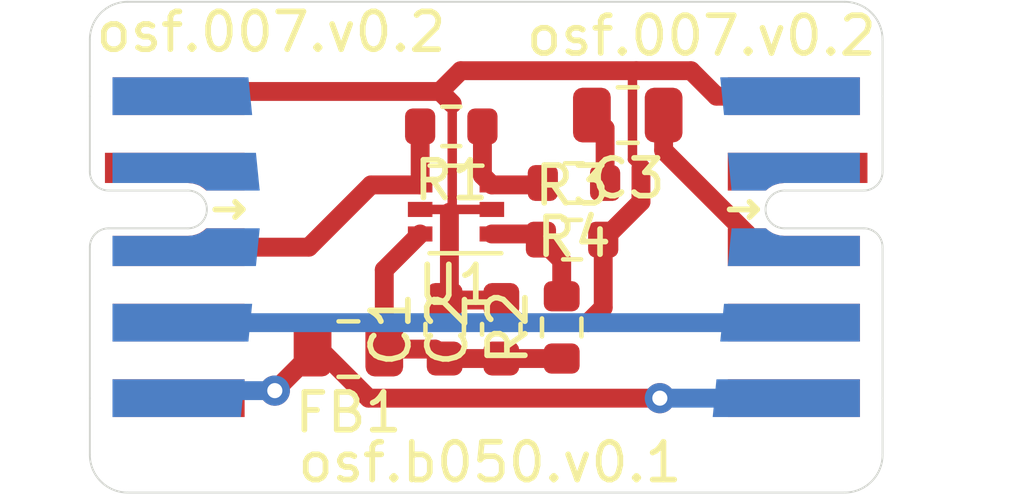
<source format=kicad_pcb>
(kicad_pcb (version 20171130) (host pcbnew "(5.1.10)-1")

  (general
    (thickness 1.6)
    (drawings 13)
    (tracks 58)
    (zones 0)
    (modules 11)
    (nets 10)
  )

  (page A4)
  (layers
    (0 F.Cu signal)
    (31 B.Cu signal)
    (32 B.Adhes user)
    (33 F.Adhes user)
    (34 B.Paste user)
    (35 F.Paste user)
    (36 B.SilkS user)
    (37 F.SilkS user)
    (38 B.Mask user)
    (39 F.Mask user)
    (40 Dwgs.User user)
    (41 Cmts.User user)
    (42 Eco1.User user)
    (43 Eco2.User user)
    (44 Edge.Cuts user)
    (45 Margin user)
    (46 B.CrtYd user)
    (47 F.CrtYd user)
    (48 B.Fab user)
    (49 F.Fab user)
  )

  (setup
    (last_trace_width 0.25)
    (user_trace_width 0.5)
    (trace_clearance 0.2)
    (zone_clearance 0.508)
    (zone_45_only no)
    (trace_min 0.2)
    (via_size 0.8)
    (via_drill 0.4)
    (via_min_size 0.4)
    (via_min_drill 0.3)
    (uvia_size 0.3)
    (uvia_drill 0.1)
    (uvias_allowed no)
    (uvia_min_size 0.2)
    (uvia_min_drill 0.1)
    (edge_width 0.05)
    (segment_width 0.2)
    (pcb_text_width 0.3)
    (pcb_text_size 1.5 1.5)
    (mod_edge_width 0.12)
    (mod_text_size 1 1)
    (mod_text_width 0.15)
    (pad_size 1.524 1.524)
    (pad_drill 0.762)
    (pad_to_mask_clearance 0.051)
    (solder_mask_min_width 0.25)
    (aux_axis_origin 0 0)
    (visible_elements 7FFFFFFF)
    (pcbplotparams
      (layerselection 0x010fc_ffffffff)
      (usegerberextensions false)
      (usegerberattributes false)
      (usegerberadvancedattributes false)
      (creategerberjobfile false)
      (excludeedgelayer true)
      (linewidth 0.100000)
      (plotframeref false)
      (viasonmask false)
      (mode 1)
      (useauxorigin false)
      (hpglpennumber 1)
      (hpglpenspeed 20)
      (hpglpendiameter 15.000000)
      (psnegative false)
      (psa4output false)
      (plotreference true)
      (plotvalue true)
      (plotinvisibletext false)
      (padsonsilk false)
      (subtractmaskfromsilk false)
      (outputformat 1)
      (mirror false)
      (drillshape 0)
      (scaleselection 1)
      (outputdirectory "gerber"))
  )

  (net 0 "")
  (net 1 GND)
  (net 2 "Net-(C1-Pad1)")
  (net 3 "Net-(C3-Pad1)")
  (net 4 +5V)
  (net 5 "Net-(J1-Pad3)")
  (net 6 +3V3)
  (net 7 "Net-(C3-Pad2)")
  (net 8 "Net-(R1-Pad1)")
  (net 9 "Net-(R2-Pad2)")

  (net_class Default "This is the default net class."
    (clearance 0.2)
    (trace_width 0.25)
    (via_dia 0.8)
    (via_drill 0.4)
    (uvia_dia 0.3)
    (uvia_drill 0.1)
    (add_net +3V3)
    (add_net +5V)
    (add_net GND)
    (add_net "Net-(C1-Pad1)")
    (add_net "Net-(C3-Pad1)")
    (add_net "Net-(C3-Pad2)")
    (add_net "Net-(J1-Pad3)")
    (add_net "Net-(R1-Pad1)")
    (add_net "Net-(R2-Pad2)")
  )

  (module Package_TO_SOT_SMD:SOT-363_SC-70-6 (layer F.Cu) (tedit 5A02FF57) (tstamp 60A98164)
    (at 139.7 89.5 180)
    (descr "SOT-363, SC-70-6")
    (tags "SOT-363 SC-70-6")
    (path /60AA0CA2)
    (attr smd)
    (fp_text reference U1 (at 0 -2) (layer F.SilkS)
      (effects (font (size 1 1) (thickness 0.15)))
    )
    (fp_text value LMV601 (at 0 2 180) (layer F.Fab)
      (effects (font (size 1 1) (thickness 0.15)))
    )
    (fp_line (start -0.175 -1.1) (end -0.675 -0.6) (layer F.Fab) (width 0.1))
    (fp_line (start 0.675 1.1) (end -0.675 1.1) (layer F.Fab) (width 0.1))
    (fp_line (start 0.675 -1.1) (end 0.675 1.1) (layer F.Fab) (width 0.1))
    (fp_line (start -1.6 1.4) (end 1.6 1.4) (layer F.CrtYd) (width 0.05))
    (fp_line (start -0.675 -0.6) (end -0.675 1.1) (layer F.Fab) (width 0.1))
    (fp_line (start 0.675 -1.1) (end -0.175 -1.1) (layer F.Fab) (width 0.1))
    (fp_line (start -1.6 -1.4) (end 1.6 -1.4) (layer F.CrtYd) (width 0.05))
    (fp_line (start -1.6 -1.4) (end -1.6 1.4) (layer F.CrtYd) (width 0.05))
    (fp_line (start 1.6 1.4) (end 1.6 -1.4) (layer F.CrtYd) (width 0.05))
    (fp_line (start -0.7 1.16) (end 0.7 1.16) (layer F.SilkS) (width 0.12))
    (fp_line (start 0.7 -1.16) (end -1.2 -1.16) (layer F.SilkS) (width 0.12))
    (fp_text user %R (at 0 0 90) (layer F.Fab)
      (effects (font (size 0.5 0.5) (thickness 0.075)))
    )
    (pad 6 smd rect (at 0.95 -0.65 180) (size 0.65 0.4) (layers F.Cu F.Paste F.Mask)
      (net 2 "Net-(C1-Pad1)"))
    (pad 4 smd rect (at 0.95 0.65 180) (size 0.65 0.4) (layers F.Cu F.Paste F.Mask)
      (net 5 "Net-(J1-Pad3)"))
    (pad 2 smd rect (at -0.95 0 180) (size 0.65 0.4) (layers F.Cu F.Paste F.Mask)
      (net 1 GND))
    (pad 5 smd rect (at 0.95 0 180) (size 0.65 0.4) (layers F.Cu F.Paste F.Mask)
      (net 1 GND))
    (pad 3 smd rect (at -0.95 0.65 180) (size 0.65 0.4) (layers F.Cu F.Paste F.Mask)
      (net 8 "Net-(R1-Pad1)"))
    (pad 1 smd rect (at -0.95 -0.65 180) (size 0.65 0.4) (layers F.Cu F.Paste F.Mask)
      (net 9 "Net-(R2-Pad2)"))
    (model ${KISYS3DMOD}/Package_TO_SOT_SMD.3dshapes/SOT-363_SC-70-6.wrl
      (at (xyz 0 0 0))
      (scale (xyz 1 1 1))
      (rotate (xyz 0 0 0))
    )
  )

  (module Resistor_SMD:R_0603_1608Metric (layer F.Cu) (tedit 5F68FEEE) (tstamp 60A9814E)
    (at 142.825 88.8 180)
    (descr "Resistor SMD 0603 (1608 Metric), square (rectangular) end terminal, IPC_7351 nominal, (Body size source: IPC-SM-782 page 72, https://www.pcb-3d.com/wordpress/wp-content/uploads/ipc-sm-782a_amendment_1_and_2.pdf), generated with kicad-footprint-generator")
    (tags resistor)
    (path /60AA1AEC)
    (attr smd)
    (fp_text reference R4 (at 0 -1.43) (layer F.SilkS)
      (effects (font (size 1 1) (thickness 0.15)))
    )
    (fp_text value 47k (at 0 1.43) (layer F.Fab)
      (effects (font (size 1 1) (thickness 0.15)))
    )
    (fp_line (start 1.48 0.73) (end -1.48 0.73) (layer F.CrtYd) (width 0.05))
    (fp_line (start 1.48 -0.73) (end 1.48 0.73) (layer F.CrtYd) (width 0.05))
    (fp_line (start -1.48 -0.73) (end 1.48 -0.73) (layer F.CrtYd) (width 0.05))
    (fp_line (start -1.48 0.73) (end -1.48 -0.73) (layer F.CrtYd) (width 0.05))
    (fp_line (start -0.237258 0.5225) (end 0.237258 0.5225) (layer F.SilkS) (width 0.12))
    (fp_line (start -0.237258 -0.5225) (end 0.237258 -0.5225) (layer F.SilkS) (width 0.12))
    (fp_line (start 0.8 0.4125) (end -0.8 0.4125) (layer F.Fab) (width 0.1))
    (fp_line (start 0.8 -0.4125) (end 0.8 0.4125) (layer F.Fab) (width 0.1))
    (fp_line (start -0.8 -0.4125) (end 0.8 -0.4125) (layer F.Fab) (width 0.1))
    (fp_line (start -0.8 0.4125) (end -0.8 -0.4125) (layer F.Fab) (width 0.1))
    (fp_text user %R (at 0 0) (layer F.Fab)
      (effects (font (size 0.4 0.4) (thickness 0.06)))
    )
    (pad 2 smd roundrect (at 0.825 0 180) (size 0.8 0.95) (layers F.Cu F.Paste F.Mask) (roundrect_rratio 0.25)
      (net 8 "Net-(R1-Pad1)"))
    (pad 1 smd roundrect (at -0.825 0 180) (size 0.8 0.95) (layers F.Cu F.Paste F.Mask) (roundrect_rratio 0.25)
      (net 7 "Net-(C3-Pad2)"))
    (model ${KISYS3DMOD}/Resistor_SMD.3dshapes/R_0603_1608Metric.wrl
      (at (xyz 0 0 0))
      (scale (xyz 1 1 1))
      (rotate (xyz 0 0 0))
    )
  )

  (module Resistor_SMD:R_0603_1608Metric (layer F.Cu) (tedit 5F68FEEE) (tstamp 60A9813D)
    (at 142.775 90.3)
    (descr "Resistor SMD 0603 (1608 Metric), square (rectangular) end terminal, IPC_7351 nominal, (Body size source: IPC-SM-782 page 72, https://www.pcb-3d.com/wordpress/wp-content/uploads/ipc-sm-782a_amendment_1_and_2.pdf), generated with kicad-footprint-generator")
    (tags resistor)
    (path /60AA6EE8)
    (attr smd)
    (fp_text reference R3 (at 0 -1.43) (layer F.SilkS)
      (effects (font (size 1 1) (thickness 0.15)))
    )
    (fp_text value 47k (at 0 1.43) (layer F.Fab)
      (effects (font (size 1 1) (thickness 0.15)))
    )
    (fp_line (start 1.48 0.73) (end -1.48 0.73) (layer F.CrtYd) (width 0.05))
    (fp_line (start 1.48 -0.73) (end 1.48 0.73) (layer F.CrtYd) (width 0.05))
    (fp_line (start -1.48 -0.73) (end 1.48 -0.73) (layer F.CrtYd) (width 0.05))
    (fp_line (start -1.48 0.73) (end -1.48 -0.73) (layer F.CrtYd) (width 0.05))
    (fp_line (start -0.237258 0.5225) (end 0.237258 0.5225) (layer F.SilkS) (width 0.12))
    (fp_line (start -0.237258 -0.5225) (end 0.237258 -0.5225) (layer F.SilkS) (width 0.12))
    (fp_line (start 0.8 0.4125) (end -0.8 0.4125) (layer F.Fab) (width 0.1))
    (fp_line (start 0.8 -0.4125) (end 0.8 0.4125) (layer F.Fab) (width 0.1))
    (fp_line (start -0.8 -0.4125) (end 0.8 -0.4125) (layer F.Fab) (width 0.1))
    (fp_line (start -0.8 0.4125) (end -0.8 -0.4125) (layer F.Fab) (width 0.1))
    (fp_text user %R (at 0 0) (layer F.Fab)
      (effects (font (size 0.4 0.4) (thickness 0.06)))
    )
    (pad 2 smd roundrect (at 0.825 0) (size 0.8 0.95) (layers F.Cu F.Paste F.Mask) (roundrect_rratio 0.25)
      (net 1 GND))
    (pad 1 smd roundrect (at -0.825 0) (size 0.8 0.95) (layers F.Cu F.Paste F.Mask) (roundrect_rratio 0.25)
      (net 9 "Net-(R2-Pad2)"))
    (model ${KISYS3DMOD}/Resistor_SMD.3dshapes/R_0603_1608Metric.wrl
      (at (xyz 0 0 0))
      (scale (xyz 1 1 1))
      (rotate (xyz 0 0 0))
    )
  )

  (module Resistor_SMD:R_0603_1608Metric (layer F.Cu) (tedit 5F68FEEE) (tstamp 60A9812C)
    (at 142.5 92.625 90)
    (descr "Resistor SMD 0603 (1608 Metric), square (rectangular) end terminal, IPC_7351 nominal, (Body size source: IPC-SM-782 page 72, https://www.pcb-3d.com/wordpress/wp-content/uploads/ipc-sm-782a_amendment_1_and_2.pdf), generated with kicad-footprint-generator")
    (tags resistor)
    (path /60AA7E77)
    (attr smd)
    (fp_text reference R2 (at 0 -1.43 90) (layer F.SilkS)
      (effects (font (size 1 1) (thickness 0.15)))
    )
    (fp_text value 47k (at 0 1.43 90) (layer F.Fab)
      (effects (font (size 1 1) (thickness 0.15)))
    )
    (fp_line (start 1.48 0.73) (end -1.48 0.73) (layer F.CrtYd) (width 0.05))
    (fp_line (start 1.48 -0.73) (end 1.48 0.73) (layer F.CrtYd) (width 0.05))
    (fp_line (start -1.48 -0.73) (end 1.48 -0.73) (layer F.CrtYd) (width 0.05))
    (fp_line (start -1.48 0.73) (end -1.48 -0.73) (layer F.CrtYd) (width 0.05))
    (fp_line (start -0.237258 0.5225) (end 0.237258 0.5225) (layer F.SilkS) (width 0.12))
    (fp_line (start -0.237258 -0.5225) (end 0.237258 -0.5225) (layer F.SilkS) (width 0.12))
    (fp_line (start 0.8 0.4125) (end -0.8 0.4125) (layer F.Fab) (width 0.1))
    (fp_line (start 0.8 -0.4125) (end 0.8 0.4125) (layer F.Fab) (width 0.1))
    (fp_line (start -0.8 -0.4125) (end 0.8 -0.4125) (layer F.Fab) (width 0.1))
    (fp_line (start -0.8 0.4125) (end -0.8 -0.4125) (layer F.Fab) (width 0.1))
    (fp_text user %R (at 0 0 90) (layer F.Fab)
      (effects (font (size 0.4 0.4) (thickness 0.06)))
    )
    (pad 2 smd roundrect (at 0.825 0 90) (size 0.8 0.95) (layers F.Cu F.Paste F.Mask) (roundrect_rratio 0.25)
      (net 9 "Net-(R2-Pad2)"))
    (pad 1 smd roundrect (at -0.825 0 90) (size 0.8 0.95) (layers F.Cu F.Paste F.Mask) (roundrect_rratio 0.25)
      (net 2 "Net-(C1-Pad1)"))
    (model ${KISYS3DMOD}/Resistor_SMD.3dshapes/R_0603_1608Metric.wrl
      (at (xyz 0 0 0))
      (scale (xyz 1 1 1))
      (rotate (xyz 0 0 0))
    )
  )

  (module Resistor_SMD:R_0603_1608Metric (layer F.Cu) (tedit 5F68FEEE) (tstamp 60A9811B)
    (at 139.575 87.3 180)
    (descr "Resistor SMD 0603 (1608 Metric), square (rectangular) end terminal, IPC_7351 nominal, (Body size source: IPC-SM-782 page 72, https://www.pcb-3d.com/wordpress/wp-content/uploads/ipc-sm-782a_amendment_1_and_2.pdf), generated with kicad-footprint-generator")
    (tags resistor)
    (path /60AA5DEB)
    (attr smd)
    (fp_text reference R1 (at 0 -1.43) (layer F.SilkS)
      (effects (font (size 1 1) (thickness 0.15)))
    )
    (fp_text value 47k (at 0 1.43) (layer F.Fab)
      (effects (font (size 1 1) (thickness 0.15)))
    )
    (fp_line (start 1.48 0.73) (end -1.48 0.73) (layer F.CrtYd) (width 0.05))
    (fp_line (start 1.48 -0.73) (end 1.48 0.73) (layer F.CrtYd) (width 0.05))
    (fp_line (start -1.48 -0.73) (end 1.48 -0.73) (layer F.CrtYd) (width 0.05))
    (fp_line (start -1.48 0.73) (end -1.48 -0.73) (layer F.CrtYd) (width 0.05))
    (fp_line (start -0.237258 0.5225) (end 0.237258 0.5225) (layer F.SilkS) (width 0.12))
    (fp_line (start -0.237258 -0.5225) (end 0.237258 -0.5225) (layer F.SilkS) (width 0.12))
    (fp_line (start 0.8 0.4125) (end -0.8 0.4125) (layer F.Fab) (width 0.1))
    (fp_line (start 0.8 -0.4125) (end 0.8 0.4125) (layer F.Fab) (width 0.1))
    (fp_line (start -0.8 -0.4125) (end 0.8 -0.4125) (layer F.Fab) (width 0.1))
    (fp_line (start -0.8 0.4125) (end -0.8 -0.4125) (layer F.Fab) (width 0.1))
    (fp_text user %R (at 0 0) (layer F.Fab)
      (effects (font (size 0.4 0.4) (thickness 0.06)))
    )
    (pad 2 smd roundrect (at 0.825 0 180) (size 0.8 0.95) (layers F.Cu F.Paste F.Mask) (roundrect_rratio 0.25)
      (net 5 "Net-(J1-Pad3)"))
    (pad 1 smd roundrect (at -0.825 0 180) (size 0.8 0.95) (layers F.Cu F.Paste F.Mask) (roundrect_rratio 0.25)
      (net 8 "Net-(R1-Pad1)"))
    (model ${KISYS3DMOD}/Resistor_SMD.3dshapes/R_0603_1608Metric.wrl
      (at (xyz 0 0 0))
      (scale (xyz 1 1 1))
      (rotate (xyz 0 0 0))
    )
  )

  (module on_edge:on_edge_2x05_device (layer F.Cu) (tedit 607DF540) (tstamp 60A980CC)
    (at 130 90.5 270)
    (path /60AA0861)
    (attr virtual)
    (fp_text reference J1 (at 0 1.2 270 unlocked) (layer F.Fab)
      (effects (font (size 0.5 0.5) (thickness 0.05)))
    )
    (fp_text value 007_ADC_2x5 (at 0 2 270 unlocked) (layer F.Fab)
      (effects (font (size 0.5 0.5) (thickness 0.05)))
    )
    (fp_line (start 5 0.5) (end 5 -5) (layer B.CrtYd) (width 0.05))
    (fp_line (start -5 0.5) (end 5 0.5) (layer B.CrtYd) (width 0.05))
    (fp_line (start -5 -5) (end -5 0.5) (layer B.CrtYd) (width 0.05))
    (fp_line (start 5 -5) (end -5 -5) (layer B.CrtYd) (width 0.05))
    (fp_line (start -5 0.5) (end -5 -5) (layer F.CrtYd) (width 0.05))
    (fp_line (start 5 0.5) (end -5 0.5) (layer F.CrtYd) (width 0.05))
    (fp_line (start 5 -5) (end 5 0.5) (layer F.CrtYd) (width 0.05))
    (fp_line (start -5 -5) (end 5 -5) (layer F.CrtYd) (width 0.05))
    (fp_line (start 0 0) (end 4 0) (layer Edge.Cuts) (width 0.05))
    (fp_line (start -4 0) (end -2 0) (layer Edge.Cuts) (width 0.05))
    (fp_line (start -1 -4.05) (end -1 -3.323) (layer F.SilkS) (width 0.153))
    (fp_line (start -1 -4.05) (end -0.8 -3.85) (layer F.SilkS) (width 0.153))
    (fp_line (start -1.2 -3.85) (end -1 -4.05) (layer F.SilkS) (width 0.153))
    (fp_line (start -0.5 -0.5) (end -0.5 -2.6) (layer Edge.Cuts) (width 0.05))
    (fp_line (start -1.5 -2.6) (end -1.5 -0.5) (layer Edge.Cuts) (width 0.05))
    (fp_arc (start -2 -0.5) (end -2 0) (angle -90) (layer Edge.Cuts) (width 0.05))
    (fp_arc (start 0 -0.5) (end -0.5 -0.5) (angle -90) (layer Edge.Cuts) (width 0.05))
    (fp_arc (start -1 -2.6) (end -0.5 -2.6) (angle -180) (layer Edge.Cuts) (width 0.05))
    (pad 2 smd custom (at -2 -3.6 270) (size 1 1) (layers F.Cu F.Mask)
      (zone_connect 0)
      (options (clearance outline) (anchor rect))
      (primitives
        (gr_poly (pts
           (xy 0.3 1) (xy 0.31 0.89) (xy 0.33 0.81) (xy 0.35 0.75) (xy 0.37 0.7)
           (xy 0.4 0.65) (xy 0.44 0.59) (xy 0.48 0.54) (xy 0.5 0.52) (xy 0.5 -0.5)
           (xy -0.5 -0.5) (xy -0.5 3.2) (xy 0.3 3.2)) (width 0))
      ))
    (pad 3 smd custom (at 0 -3.6 270) (size 1 1) (layers F.Cu F.Mask)
      (net 5 "Net-(J1-Pad3)") (zone_connect 0)
      (options (clearance outline) (anchor rect))
      (primitives
        (gr_poly (pts
           (xy -0.3 1) (xy -0.31 0.89) (xy -0.33 0.81) (xy -0.35 0.75) (xy -0.37 0.7)
           (xy -0.4 0.65) (xy -0.44 0.59) (xy -0.48 0.54) (xy -0.5 0.52) (xy -0.5 -0.5)
           (xy 0.5 -0.5) (xy 0.5 3) (xy -0.3 3)) (width 0))
      ))
    (pad 8 smd custom (at 0 -2.1 270) (size 0.4 0.4) (layers B.Cu B.Mask)
      (zone_connect 0)
      (options (clearance outline) (anchor rect))
      (primitives
        (gr_poly (pts
           (xy -0.3 -0.51) (xy -0.31 -0.62) (xy -0.33 -0.7) (xy -0.35 -0.76) (xy -0.37 -0.81)
           (xy -0.4 -0.86) (xy -0.44 -0.92) (xy -0.48 -0.97) (xy -0.5 -0.99) (xy -0.5 -2.4)
           (xy 0.5 -2.3) (xy 0.5 1.5) (xy -0.3 1.5)) (width 0))
      ))
    (pad 7 smd custom (at -2 -2.1 270) (size 0.4 0.4) (layers B.Cu B.Mask)
      (zone_connect 0)
      (options (clearance outline) (anchor rect))
      (primitives
        (gr_poly (pts
           (xy 0.3 -0.51) (xy 0.31 -0.62) (xy 0.33 -0.7) (xy 0.35 -0.76) (xy 0.37 -0.81)
           (xy 0.4 -0.86) (xy 0.44 -0.92) (xy 0.48 -0.97) (xy 0.5 -0.99) (xy 0.5 -2.4)
           (xy -0.5 -2.3) (xy -0.5 1.5) (xy 0.3 1.5)) (width 0))
      ))
    (pad 10 smd custom (at 4 -2.3 270) (size 1 3.4) (layers B.Cu B.Mask)
      (net 4 +5V) (zone_connect 0)
      (options (clearance outline) (anchor rect))
      (primitives
        (gr_poly (pts
           (xy -0.5 -1.7) (xy -0.5 -1.8) (xy 0.5 -1.7)) (width 0))
      ))
    (pad 9 smd custom (at 2 -2.4 270) (size 1 3.6) (layers B.Cu B.Mask)
      (net 6 +3V3) (zone_connect 0)
      (options (clearance outline) (anchor rect))
      (primitives
        (gr_poly (pts
           (xy -0.5 -1.8) (xy -0.5 -1.9) (xy 0.5 -1.8)) (width 0))
      ))
    (pad 6 smd custom (at -4 -2.4 270) (size 1 3.6) (layers B.Cu B.Mask)
      (zone_connect 0)
      (options (clearance outline) (anchor rect))
      (primitives
        (gr_poly (pts
           (xy 0.5 -1.8) (xy 0.5 -1.9) (xy -0.5 -1.8)) (width 0))
      ))
    (pad 5 smd rect (at 4 -2.35 90) (size 1 3.5) (layers F.Cu F.Mask)
      (zone_connect 0))
    (pad 1 smd rect (at -4 -2.35 90) (size 1 3.5) (layers F.Cu F.Mask)
      (net 1 GND) (zone_connect 0))
    (pad 4 smd rect (at 2 -2.35 90) (size 1 3.5) (layers F.Cu F.Mask)
      (zone_connect 0))
  )

  (module Capacitor_SMD:C_0805_2012Metric (layer F.Cu) (tedit 5F68FEEE) (tstamp 60A980AC)
    (at 136.85 93.2 180)
    (descr "Capacitor SMD 0805 (2012 Metric), square (rectangular) end terminal, IPC_7351 nominal, (Body size source: IPC-SM-782 page 76, https://www.pcb-3d.com/wordpress/wp-content/uploads/ipc-sm-782a_amendment_1_and_2.pdf, https://docs.google.com/spreadsheets/d/1BsfQQcO9C6DZCsRaXUlFlo91Tg2WpOkGARC1WS5S8t0/edit?usp=sharing), generated with kicad-footprint-generator")
    (tags capacitor)
    (path /60A9F8C0)
    (attr smd)
    (fp_text reference FB1 (at 0 -1.68) (layer F.SilkS)
      (effects (font (size 1 1) (thickness 0.15)))
    )
    (fp_text value 220R (at 0 1.68) (layer F.Fab)
      (effects (font (size 1 1) (thickness 0.15)))
    )
    (fp_line (start 1.7 0.98) (end -1.7 0.98) (layer F.CrtYd) (width 0.05))
    (fp_line (start 1.7 -0.98) (end 1.7 0.98) (layer F.CrtYd) (width 0.05))
    (fp_line (start -1.7 -0.98) (end 1.7 -0.98) (layer F.CrtYd) (width 0.05))
    (fp_line (start -1.7 0.98) (end -1.7 -0.98) (layer F.CrtYd) (width 0.05))
    (fp_line (start -0.261252 0.735) (end 0.261252 0.735) (layer F.SilkS) (width 0.12))
    (fp_line (start -0.261252 -0.735) (end 0.261252 -0.735) (layer F.SilkS) (width 0.12))
    (fp_line (start 1 0.625) (end -1 0.625) (layer F.Fab) (width 0.1))
    (fp_line (start 1 -0.625) (end 1 0.625) (layer F.Fab) (width 0.1))
    (fp_line (start -1 -0.625) (end 1 -0.625) (layer F.Fab) (width 0.1))
    (fp_line (start -1 0.625) (end -1 -0.625) (layer F.Fab) (width 0.1))
    (fp_text user %R (at 0 0) (layer F.Fab)
      (effects (font (size 0.5 0.5) (thickness 0.08)))
    )
    (pad 2 smd roundrect (at 0.95 0 180) (size 1 1.45) (layers F.Cu F.Paste F.Mask) (roundrect_rratio 0.25)
      (net 4 +5V))
    (pad 1 smd roundrect (at -0.95 0 180) (size 1 1.45) (layers F.Cu F.Paste F.Mask) (roundrect_rratio 0.25)
      (net 2 "Net-(C1-Pad1)"))
    (model ${KISYS3DMOD}/Capacitor_SMD.3dshapes/C_0805_2012Metric.wrl
      (at (xyz 0 0 0))
      (scale (xyz 1 1 1))
      (rotate (xyz 0 0 0))
    )
  )

  (module Capacitor_SMD:C_0805_2012Metric (layer F.Cu) (tedit 5F68FEEE) (tstamp 60A9809B)
    (at 144.25 87 180)
    (descr "Capacitor SMD 0805 (2012 Metric), square (rectangular) end terminal, IPC_7351 nominal, (Body size source: IPC-SM-782 page 76, https://www.pcb-3d.com/wordpress/wp-content/uploads/ipc-sm-782a_amendment_1_and_2.pdf, https://docs.google.com/spreadsheets/d/1BsfQQcO9C6DZCsRaXUlFlo91Tg2WpOkGARC1WS5S8t0/edit?usp=sharing), generated with kicad-footprint-generator")
    (tags capacitor)
    (path /60AA0BEE)
    (attr smd)
    (fp_text reference C3 (at 0 -1.68) (layer F.SilkS)
      (effects (font (size 1 1) (thickness 0.15)))
    )
    (fp_text value 4.7uF (at 0 1.68) (layer F.Fab)
      (effects (font (size 1 1) (thickness 0.15)))
    )
    (fp_line (start 1.7 0.98) (end -1.7 0.98) (layer F.CrtYd) (width 0.05))
    (fp_line (start 1.7 -0.98) (end 1.7 0.98) (layer F.CrtYd) (width 0.05))
    (fp_line (start -1.7 -0.98) (end 1.7 -0.98) (layer F.CrtYd) (width 0.05))
    (fp_line (start -1.7 0.98) (end -1.7 -0.98) (layer F.CrtYd) (width 0.05))
    (fp_line (start -0.261252 0.735) (end 0.261252 0.735) (layer F.SilkS) (width 0.12))
    (fp_line (start -0.261252 -0.735) (end 0.261252 -0.735) (layer F.SilkS) (width 0.12))
    (fp_line (start 1 0.625) (end -1 0.625) (layer F.Fab) (width 0.1))
    (fp_line (start 1 -0.625) (end 1 0.625) (layer F.Fab) (width 0.1))
    (fp_line (start -1 -0.625) (end 1 -0.625) (layer F.Fab) (width 0.1))
    (fp_line (start -1 0.625) (end -1 -0.625) (layer F.Fab) (width 0.1))
    (fp_text user %R (at 0 0) (layer F.Fab)
      (effects (font (size 0.5 0.5) (thickness 0.08)))
    )
    (pad 2 smd roundrect (at 0.95 0 180) (size 1 1.45) (layers F.Cu F.Paste F.Mask) (roundrect_rratio 0.25)
      (net 7 "Net-(C3-Pad2)"))
    (pad 1 smd roundrect (at -0.95 0 180) (size 1 1.45) (layers F.Cu F.Paste F.Mask) (roundrect_rratio 0.25)
      (net 3 "Net-(C3-Pad1)"))
    (model ${KISYS3DMOD}/Capacitor_SMD.3dshapes/C_0805_2012Metric.wrl
      (at (xyz 0 0 0))
      (scale (xyz 1 1 1))
      (rotate (xyz 0 0 0))
    )
  )

  (module Capacitor_SMD:C_0603_1608Metric (layer F.Cu) (tedit 5F68FEEE) (tstamp 60A9808A)
    (at 140.9 92.675 90)
    (descr "Capacitor SMD 0603 (1608 Metric), square (rectangular) end terminal, IPC_7351 nominal, (Body size source: IPC-SM-782 page 76, https://www.pcb-3d.com/wordpress/wp-content/uploads/ipc-sm-782a_amendment_1_and_2.pdf), generated with kicad-footprint-generator")
    (tags capacitor)
    (path /60A9B101)
    (attr smd)
    (fp_text reference C2 (at 0 -1.43 90) (layer F.SilkS)
      (effects (font (size 1 1) (thickness 0.15)))
    )
    (fp_text value 100nF (at 0 1.43 90) (layer F.Fab)
      (effects (font (size 1 1) (thickness 0.15)))
    )
    (fp_line (start 1.48 0.73) (end -1.48 0.73) (layer F.CrtYd) (width 0.05))
    (fp_line (start 1.48 -0.73) (end 1.48 0.73) (layer F.CrtYd) (width 0.05))
    (fp_line (start -1.48 -0.73) (end 1.48 -0.73) (layer F.CrtYd) (width 0.05))
    (fp_line (start -1.48 0.73) (end -1.48 -0.73) (layer F.CrtYd) (width 0.05))
    (fp_line (start -0.14058 0.51) (end 0.14058 0.51) (layer F.SilkS) (width 0.12))
    (fp_line (start -0.14058 -0.51) (end 0.14058 -0.51) (layer F.SilkS) (width 0.12))
    (fp_line (start 0.8 0.4) (end -0.8 0.4) (layer F.Fab) (width 0.1))
    (fp_line (start 0.8 -0.4) (end 0.8 0.4) (layer F.Fab) (width 0.1))
    (fp_line (start -0.8 -0.4) (end 0.8 -0.4) (layer F.Fab) (width 0.1))
    (fp_line (start -0.8 0.4) (end -0.8 -0.4) (layer F.Fab) (width 0.1))
    (fp_text user %R (at 0 0 90) (layer F.Fab)
      (effects (font (size 0.4 0.4) (thickness 0.06)))
    )
    (pad 2 smd roundrect (at 0.775 0 90) (size 0.9 0.95) (layers F.Cu F.Paste F.Mask) (roundrect_rratio 0.25)
      (net 1 GND))
    (pad 1 smd roundrect (at -0.775 0 90) (size 0.9 0.95) (layers F.Cu F.Paste F.Mask) (roundrect_rratio 0.25)
      (net 2 "Net-(C1-Pad1)"))
    (model ${KISYS3DMOD}/Capacitor_SMD.3dshapes/C_0603_1608Metric.wrl
      (at (xyz 0 0 0))
      (scale (xyz 1 1 1))
      (rotate (xyz 0 0 0))
    )
  )

  (module Capacitor_SMD:C_0603_1608Metric (layer F.Cu) (tedit 5F68FEEE) (tstamp 60A98079)
    (at 139.4 92.675 90)
    (descr "Capacitor SMD 0603 (1608 Metric), square (rectangular) end terminal, IPC_7351 nominal, (Body size source: IPC-SM-782 page 76, https://www.pcb-3d.com/wordpress/wp-content/uploads/ipc-sm-782a_amendment_1_and_2.pdf), generated with kicad-footprint-generator")
    (tags capacitor)
    (path /60A9AC6D)
    (attr smd)
    (fp_text reference C1 (at 0 -1.43 90) (layer F.SilkS)
      (effects (font (size 1 1) (thickness 0.15)))
    )
    (fp_text value 100nF (at 0 1.43 90) (layer F.Fab)
      (effects (font (size 1 1) (thickness 0.15)))
    )
    (fp_line (start 1.48 0.73) (end -1.48 0.73) (layer F.CrtYd) (width 0.05))
    (fp_line (start 1.48 -0.73) (end 1.48 0.73) (layer F.CrtYd) (width 0.05))
    (fp_line (start -1.48 -0.73) (end 1.48 -0.73) (layer F.CrtYd) (width 0.05))
    (fp_line (start -1.48 0.73) (end -1.48 -0.73) (layer F.CrtYd) (width 0.05))
    (fp_line (start -0.14058 0.51) (end 0.14058 0.51) (layer F.SilkS) (width 0.12))
    (fp_line (start -0.14058 -0.51) (end 0.14058 -0.51) (layer F.SilkS) (width 0.12))
    (fp_line (start 0.8 0.4) (end -0.8 0.4) (layer F.Fab) (width 0.1))
    (fp_line (start 0.8 -0.4) (end 0.8 0.4) (layer F.Fab) (width 0.1))
    (fp_line (start -0.8 -0.4) (end 0.8 -0.4) (layer F.Fab) (width 0.1))
    (fp_line (start -0.8 0.4) (end -0.8 -0.4) (layer F.Fab) (width 0.1))
    (fp_text user %R (at 0 0 90) (layer F.Fab)
      (effects (font (size 0.4 0.4) (thickness 0.06)))
    )
    (pad 2 smd roundrect (at 0.775 0 90) (size 0.9 0.95) (layers F.Cu F.Paste F.Mask) (roundrect_rratio 0.25)
      (net 1 GND))
    (pad 1 smd roundrect (at -0.775 0 90) (size 0.9 0.95) (layers F.Cu F.Paste F.Mask) (roundrect_rratio 0.25)
      (net 2 "Net-(C1-Pad1)"))
    (model ${KISYS3DMOD}/Capacitor_SMD.3dshapes/C_0603_1608Metric.wrl
      (at (xyz 0 0 0))
      (scale (xyz 1 1 1))
      (rotate (xyz 0 0 0))
    )
  )

  (module on_edge:on_edge_2x05_host (layer F.Cu) (tedit 607DF692) (tstamp 6034723B)
    (at 151 90.5 270)
    (path /6034A82D)
    (attr virtual)
    (fp_text reference J2 (at 0.05 -3.2 180 unlocked) (layer F.Fab)
      (effects (font (size 0.5 0.5) (thickness 0.125)))
    )
    (fp_text value 007_ADC_2x5 (at -1.2 -2 90) (layer F.Fab)
      (effects (font (size 1 1) (thickness 0.15)))
    )
    (fp_line (start 5 -0.5) (end 5 5) (layer B.CrtYd) (width 0.05))
    (fp_line (start -5 -0.5) (end 5 -0.5) (layer B.CrtYd) (width 0.05))
    (fp_line (start -5 5) (end -5 -0.5) (layer B.CrtYd) (width 0.05))
    (fp_line (start 5 5) (end -5 5) (layer B.CrtYd) (width 0.05))
    (fp_line (start -5 -0.5) (end -5 5) (layer F.CrtYd) (width 0.05))
    (fp_line (start 5 -0.5) (end -5 -0.5) (layer F.CrtYd) (width 0.05))
    (fp_line (start 5 5) (end 5 -0.5) (layer F.CrtYd) (width 0.05))
    (fp_line (start -5 5) (end 5 5) (layer F.CrtYd) (width 0.05))
    (fp_line (start 0 0) (end 4 0) (layer Edge.Cuts) (width 0.05))
    (fp_line (start -4 0) (end -2 0) (layer Edge.Cuts) (width 0.05))
    (fp_line (start -0.5 2.6) (end -0.5 0.5) (layer Edge.Cuts) (width 0.05))
    (fp_line (start -1.5 0.5) (end -1.5 2.6) (layer Edge.Cuts) (width 0.05))
    (fp_line (start -1 3.323) (end -1.2 3.523) (layer F.SilkS) (width 0.153))
    (fp_line (start -0.8 3.523) (end -1 3.323) (layer F.SilkS) (width 0.153))
    (fp_line (start -1 4.05) (end -1 3.323) (layer F.SilkS) (width 0.153))
    (fp_arc (start 0 0.5) (end 0 0) (angle -90) (layer Edge.Cuts) (width 0.05))
    (fp_arc (start -2 0.5) (end -1.5 0.5) (angle -90) (layer Edge.Cuts) (width 0.05))
    (fp_arc (start -1 2.6) (end -1.5 2.6) (angle -180) (layer Edge.Cuts) (width 0.05))
    (pad 2 smd custom (at -2 3.6 270) (size 1 1) (layers F.Cu F.Mask)
      (zone_connect 0)
      (options (clearance outline) (anchor rect))
      (primitives
        (gr_poly (pts
           (xy 0.3 -0.99) (xy 0.31 -0.88) (xy 0.33 -0.8) (xy 0.35 -0.74) (xy 0.37 -0.69)
           (xy 0.4 -0.64) (xy 0.44 -0.58) (xy 0.48 -0.53) (xy 0.5 -0.51) (xy 0.5 0.5)
           (xy -0.5 0.5) (xy -0.5 -3.2) (xy 0.3 -3.2)) (width 0))
      ))
    (pad 3 smd custom (at 0 3.6 270) (size 1 1) (layers F.Cu F.Mask)
      (net 3 "Net-(C3-Pad1)") (zone_connect 0)
      (options (clearance outline) (anchor rect))
      (primitives
        (gr_poly (pts
           (xy -0.3 -0.99) (xy -0.31 -0.88) (xy -0.33 -0.8) (xy -0.35 -0.74) (xy -0.37 -0.69)
           (xy -0.4 -0.64) (xy -0.44 -0.58) (xy -0.48 -0.53) (xy -0.5 -0.51) (xy -0.5 0.5)
           (xy 0.5 0.5) (xy 0.5 -3) (xy -0.3 -3)) (width 0))
      ))
    (pad 8 smd custom (at 0 2.1 90) (size 0.4 0.4) (layers B.Cu B.Mask)
      (zone_connect 0)
      (options (clearance outline) (anchor rect))
      (primitives
        (gr_poly (pts
           (xy 0.3 -0.51) (xy 0.31 -0.62) (xy 0.33 -0.7) (xy 0.35 -0.76) (xy 0.37 -0.81)
           (xy 0.4 -0.86) (xy 0.44 -0.92) (xy 0.48 -0.97) (xy 0.5 -0.99) (xy 0.5 -1.9)
           (xy -0.5 -2) (xy -0.5 1.5) (xy 0.3 1.5)) (width 0))
      ))
    (pad 7 smd custom (at -2 2.1 90) (size 0.4 0.4) (layers B.Cu B.Mask)
      (zone_connect 0)
      (options (clearance outline) (anchor rect))
      (primitives
        (gr_poly (pts
           (xy -0.3 -0.51) (xy -0.31 -0.62) (xy -0.33 -0.7) (xy -0.35 -0.76) (xy -0.37 -0.81)
           (xy -0.4 -0.86) (xy -0.44 -0.92) (xy -0.48 -0.97) (xy -0.5 -0.99) (xy -0.5 -1.9)
           (xy 0.5 -2) (xy 0.5 1.5) (xy -0.3 1.5)) (width 0))
      ))
    (pad 4 smd rect (at 2 2.35 270) (size 1 3.5) (layers F.Cu F.Mask)
      (zone_connect 0))
    (pad 10 smd custom (at 4 2.5 90) (size 1 3.8) (layers B.Cu B.Mask)
      (net 4 +5V) (zone_connect 0)
      (options (clearance outline) (anchor rect))
      (primitives
        (gr_poly (pts
           (xy 0.5 -1.9) (xy -0.5 -2) (xy -0.5 -1.9)) (width 0))
      ))
    (pad 9 smd custom (at 2 2.4 90) (size 1 3.6) (layers B.Cu B.Mask)
      (net 6 +3V3) (zone_connect 0)
      (options (clearance outline) (anchor rect))
      (primitives
        (gr_poly (pts
           (xy 0.5 -1.8) (xy -0.5 -1.9) (xy -0.5 -1.8)) (width 0))
      ))
    (pad 6 smd custom (at -4 2.4 90) (size 1 3.6) (layers B.Cu B.Mask)
      (zone_connect 0)
      (options (clearance outline) (anchor rect))
      (primitives
        (gr_poly (pts
           (xy 0.5 -1.8) (xy 0.5 -1.9) (xy -0.5 -1.8)) (width 0))
      ))
    (pad 5 smd rect (at 4 2.35 270) (size 1 3.5) (layers F.Cu F.Mask)
      (zone_connect 0))
    (pad 1 smd rect (at -4 2.35 270) (size 1 3.5) (layers F.Cu F.Mask)
      (net 1 GND) (zone_connect 0))
  )

  (gr_text osf.007.v0.2 (at 134.8 84.8) (layer F.SilkS) (tstamp 60A986FA)
    (effects (font (size 1 1) (thickness 0.15)))
  )
  (gr_line (start 151 96) (end 151 94.5) (layer Edge.Cuts) (width 0.05))
  (gr_line (start 151 86.5) (end 151 85) (layer Edge.Cuts) (width 0.05) (tstamp 603475F6))
  (gr_text osf.b050.v0.1 (at 140.6 96.2) (layer F.SilkS)
    (effects (font (size 1 1) (thickness 0.15)))
  )
  (gr_text osf.007.v0.2 (at 146.2 84.9) (layer F.SilkS)
    (effects (font (size 1 1) (thickness 0.15)))
  )
  (gr_arc (start 150 96) (end 150 97) (angle -90) (layer Edge.Cuts) (width 0.05))
  (gr_arc (start 131 96) (end 130 96) (angle -90) (layer Edge.Cuts) (width 0.05))
  (gr_arc (start 131 85) (end 131 84) (angle -90) (layer Edge.Cuts) (width 0.05))
  (gr_arc (start 150 85) (end 151 85) (angle -90) (layer Edge.Cuts) (width 0.05))
  (gr_line (start 130 86.5) (end 130 85) (layer Edge.Cuts) (width 0.05) (tstamp 603397D4))
  (gr_line (start 130 96) (end 130 94.5) (layer Edge.Cuts) (width 0.05))
  (gr_line (start 150 97) (end 131 97) (layer Edge.Cuts) (width 0.05))
  (gr_line (start 131 84) (end 150 84) (layer Edge.Cuts) (width 0.05))

  (segment (start 139.4 91.9) (end 140.9 91.9) (width 0.5) (layer F.Cu) (net 1))
  (segment (start 139.525001 91.774999) (end 139.525001 89.574999) (width 0.5) (layer F.Cu) (net 1))
  (segment (start 139.4 91.9) (end 139.525001 91.774999) (width 0.5) (layer F.Cu) (net 1))
  (segment (start 132.47501 86.37499) (end 139.27499 86.37499) (width 0.5) (layer F.Cu) (net 1))
  (segment (start 132.35 86.5) (end 132.47501 86.37499) (width 0.5) (layer F.Cu) (net 1))
  (segment (start 139.27499 86.37499) (end 139.6 86.7) (width 0.5) (layer F.Cu) (net 1))
  (segment (start 139.27499 86.37499) (end 139.82499 85.82499) (width 0.5) (layer F.Cu) (net 1))
  (segment (start 146.6 86.5) (end 148.65 86.5) (width 0.5) (layer F.Cu) (net 1))
  (segment (start 145.92499 85.82499) (end 146.6 86.5) (width 0.5) (layer F.Cu) (net 1))
  (segment (start 143.6 90.3) (end 144.6 89.3) (width 0.5) (layer F.Cu) (net 1))
  (segment (start 144.6 89.3) (end 144.6 88.4) (width 0.5) (layer F.Cu) (net 1))
  (segment (start 143.6 90.3) (end 143.6 92.1) (width 0.5) (layer F.Cu) (net 1))
  (segment (start 143.6 92.1) (end 143.2 92.5) (width 0.5) (layer F.Cu) (net 1))
  (segment (start 139.6 89.5) (end 139.525001 89.574999) (width 0.25) (layer F.Cu) (net 1))
  (segment (start 139.6 86.7) (end 139.6 89.5) (width 0.25) (layer F.Cu) (net 1))
  (segment (start 138.75 89.5) (end 140.65 89.5) (width 0.25) (layer F.Cu) (net 1))
  (segment (start 141.52501 92.52501) (end 140.9 91.9) (width 0.25) (layer F.Cu) (net 1))
  (segment (start 143.17499 92.52501) (end 141.52501 92.52501) (width 0.25) (layer F.Cu) (net 1))
  (segment (start 143.2 92.5) (end 143.17499 92.52501) (width 0.25) (layer F.Cu) (net 1))
  (segment (start 144.37499 88.17499) (end 144.37499 85.92501) (width 0.25) (layer F.Cu) (net 1))
  (segment (start 144.37499 85.92501) (end 144.47501 85.82499) (width 0.25) (layer F.Cu) (net 1))
  (segment (start 144.6 88.4) (end 144.37499 88.17499) (width 0.25) (layer F.Cu) (net 1))
  (segment (start 144.47501 85.82499) (end 145.92499 85.82499) (width 0.5) (layer F.Cu) (net 1))
  (segment (start 139.82499 85.82499) (end 144.47501 85.82499) (width 0.5) (layer F.Cu) (net 1))
  (segment (start 137.8 91.1) (end 138.75 90.15) (width 0.5) (layer F.Cu) (net 2))
  (segment (start 137.8 93.2) (end 137.8 91.1) (width 0.5) (layer F.Cu) (net 2))
  (segment (start 139.15 93.2) (end 139.4 93.45) (width 0.5) (layer F.Cu) (net 2))
  (segment (start 137.8 93.2) (end 139.15 93.2) (width 0.5) (layer F.Cu) (net 2))
  (segment (start 139.4 93.45) (end 140.9 93.45) (width 0.5) (layer F.Cu) (net 2))
  (segment (start 140.9 93.45) (end 142.5 93.45) (width 0.5) (layer F.Cu) (net 2))
  (segment (start 147.4 90.136412) (end 147.4 90.5) (width 0.5) (layer F.Cu) (net 3))
  (segment (start 145.2 87.936412) (end 147.4 90.136412) (width 0.5) (layer F.Cu) (net 3))
  (segment (start 145.2 87) (end 145.2 87.936412) (width 0.5) (layer F.Cu) (net 3))
  (via (at 134.9 94.3) (size 0.8) (drill 0.4) (layers F.Cu B.Cu) (net 4))
  (segment (start 135.9 93.3) (end 134.9 94.3) (width 0.5) (layer F.Cu) (net 4))
  (segment (start 135.9 93.2) (end 135.9 93.3) (width 0.5) (layer F.Cu) (net 4))
  (segment (start 132.5 94.3) (end 132.3 94.5) (width 0.5) (layer B.Cu) (net 4))
  (segment (start 134.9 94.3) (end 132.5 94.3) (width 0.5) (layer B.Cu) (net 4))
  (via (at 145.1 94.5) (size 0.8) (drill 0.4) (layers F.Cu B.Cu) (net 4))
  (segment (start 148.5 94.5) (end 145.1 94.5) (width 0.5) (layer B.Cu) (net 4))
  (segment (start 136.085034 93.2) (end 135.9 93.2) (width 0.5) (layer F.Cu) (net 4))
  (segment (start 137.385034 94.5) (end 136.085034 93.2) (width 0.5) (layer F.Cu) (net 4))
  (segment (start 145.1 94.5) (end 137.385034 94.5) (width 0.5) (layer F.Cu) (net 4))
  (segment (start 138.75 88.85) (end 138.75 87.3) (width 0.5) (layer F.Cu) (net 5))
  (segment (start 138.75 88.85) (end 137.45 88.85) (width 0.5) (layer F.Cu) (net 5))
  (segment (start 135.8 90.5) (end 133.6 90.5) (width 0.5) (layer F.Cu) (net 5))
  (segment (start 137.45 88.85) (end 135.8 90.5) (width 0.5) (layer F.Cu) (net 5))
  (segment (start 148.6 92.5) (end 132.4 92.5) (width 0.5) (layer B.Cu) (net 6))
  (segment (start 143.65 87.35) (end 143.3 87) (width 0.5) (layer F.Cu) (net 7))
  (segment (start 143.65 88.8) (end 143.65 87.35) (width 0.5) (layer F.Cu) (net 7))
  (segment (start 141.95 88.85) (end 142 88.8) (width 0.5) (layer F.Cu) (net 8))
  (segment (start 140.65 88.85) (end 141.95 88.85) (width 0.5) (layer F.Cu) (net 8))
  (segment (start 140.4 88.6) (end 140.65 88.85) (width 0.5) (layer F.Cu) (net 8))
  (segment (start 140.4 87.3) (end 140.4 88.6) (width 0.5) (layer F.Cu) (net 8))
  (segment (start 142.5 90.85) (end 141.95 90.3) (width 0.5) (layer F.Cu) (net 9))
  (segment (start 142.5 91.8) (end 142.5 90.85) (width 0.5) (layer F.Cu) (net 9))
  (segment (start 141.8 90.15) (end 141.95 90.3) (width 0.5) (layer F.Cu) (net 9))
  (segment (start 140.65 90.15) (end 141.8 90.15) (width 0.5) (layer F.Cu) (net 9))

)

</source>
